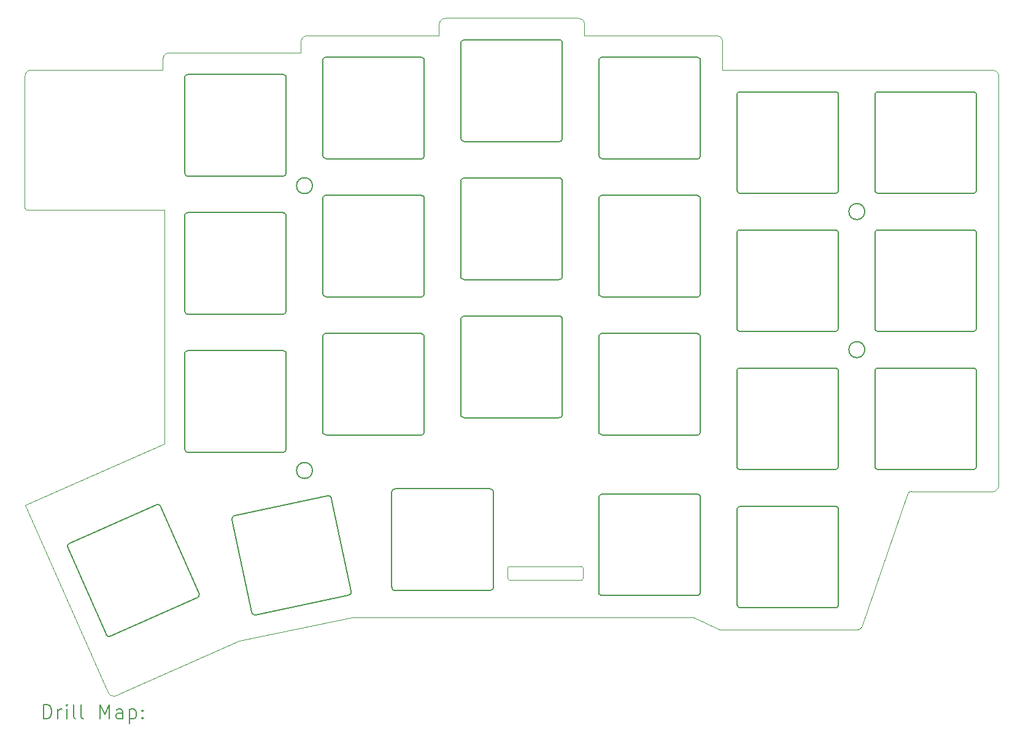
<source format=gbr>
%TF.GenerationSoftware,KiCad,Pcbnew,8.0.3*%
%TF.CreationDate,2024-09-02T20:30:19+10:00*%
%TF.ProjectId,Top_plate,546f705f-706c-4617-9465-2e6b69636164,rev?*%
%TF.SameCoordinates,Original*%
%TF.FileFunction,Drillmap*%
%TF.FilePolarity,Positive*%
%FSLAX45Y45*%
G04 Gerber Fmt 4.5, Leading zero omitted, Abs format (unit mm)*
G04 Created by KiCad (PCBNEW 8.0.3) date 2024-09-02 20:30:19*
%MOMM*%
%LPD*%
G01*
G04 APERTURE LIST*
%ADD10C,0.200000*%
%ADD11C,0.100000*%
%ADD12C,0.050000*%
G04 APERTURE END LIST*
D10*
X16958157Y-6500721D02*
X16955976Y-6520250D01*
X15049276Y-10736754D02*
X15050000Y-10750000D01*
X11770412Y-6346300D02*
X11783322Y-6342110D01*
X7938881Y-10085869D02*
X7938157Y-10072623D01*
X16955843Y-8997515D02*
X16956567Y-9010761D01*
D11*
X9600942Y-4376173D02*
X9591284Y-4379875D01*
X9582175Y-4384762D01*
X9573569Y-4390849D01*
X9571905Y-4392211D01*
X7635000Y-4848063D02*
X7635000Y-4709938D01*
X11545000Y-4133687D02*
X13350000Y-4133687D01*
X17229410Y-12569817D02*
X17125000Y-12570000D01*
D10*
X17461567Y-8405761D02*
X17461567Y-7105760D01*
X13141652Y-6365230D02*
X13145843Y-6378140D01*
X9307686Y-8724804D02*
X9322204Y-8732823D01*
X17462292Y-8419006D02*
X17461567Y-8405761D01*
X16906567Y-8960761D02*
X16926096Y-8962941D01*
X15593322Y-7056485D02*
X15606568Y-7055761D01*
X7952625Y-8207488D02*
X7941587Y-8193843D01*
X11243157Y-4724341D02*
X11243157Y-6024341D01*
X11236929Y-6602807D02*
X11241119Y-6615717D01*
X15563072Y-6526877D02*
X15558881Y-6513967D01*
X13682038Y-9882331D02*
X13667519Y-9874312D01*
X13663356Y-4690439D02*
X13677001Y-4679402D01*
X15588628Y-6548541D02*
X15574109Y-6540522D01*
X16907500Y-12268687D02*
X15607501Y-12268687D01*
X8593287Y-11054179D02*
X8591379Y-11034621D01*
X9334492Y-8187217D02*
X9326473Y-8201735D01*
D11*
X10305000Y-4371813D02*
X11445000Y-4371813D01*
D10*
X13653747Y-8514982D02*
X13661766Y-8500463D01*
X13096567Y-8246385D02*
X13116096Y-8248566D01*
X18851368Y-10344809D02*
X18837723Y-10355846D01*
X17492038Y-10358581D02*
X17477520Y-10350562D01*
X11746567Y-7691385D02*
X11746567Y-6391385D01*
X13124312Y-5831444D02*
X13111402Y-5835635D01*
X11225621Y-8494710D02*
X11236658Y-8508355D01*
X18811567Y-10360761D02*
X17511568Y-10360761D01*
X15053157Y-6024487D02*
X15050976Y-6044016D01*
X9851773Y-8500463D02*
X9865418Y-8489425D01*
X18831097Y-5152923D02*
X18845616Y-5160942D01*
X16956568Y-8405761D02*
X16954388Y-8425290D01*
X11241573Y-8534510D02*
X11241573Y-9834510D01*
X6325217Y-11442434D02*
X6319305Y-11423695D01*
D11*
X5830000Y-4848063D02*
X5819548Y-4848160D01*
X5808687Y-4848839D01*
X5798676Y-4850401D01*
X5790942Y-4852423D01*
D10*
X13144387Y-7710914D02*
X13136368Y-7725433D01*
X15027723Y-7974595D02*
X15014813Y-7978786D01*
X13096567Y-6341385D02*
X13116096Y-6343566D01*
D11*
X7735000Y-4609938D02*
X9540000Y-4609938D01*
D10*
X10830828Y-10628348D02*
X10844074Y-10627623D01*
X7988157Y-6312787D02*
X7968628Y-6310607D01*
X13675412Y-6584425D02*
X13688322Y-6580235D01*
D11*
X19104058Y-10658702D02*
X19113717Y-10655000D01*
X19122826Y-10650113D01*
X19131431Y-10644026D01*
X19133096Y-10642664D01*
D10*
X17485412Y-5155658D02*
X17498322Y-5151467D01*
X9700000Y-10374938D02*
G75*
G02*
X9480000Y-10374938I-110000J0D01*
G01*
X9480000Y-10374938D02*
G75*
G02*
X9700000Y-10374938I110000J0D01*
G01*
X7940337Y-8753094D02*
X7948356Y-8738576D01*
X8117985Y-12124320D02*
X8106166Y-12130344D01*
X6917456Y-12656623D02*
X6898716Y-12662535D01*
X13701567Y-7979510D02*
X13682038Y-7977330D01*
X13653157Y-6024487D02*
X13653157Y-4724487D01*
X16940615Y-7065959D02*
X16951652Y-7079604D01*
X18861567Y-7105760D02*
X18861567Y-8405761D01*
X16921402Y-6549996D02*
X16908157Y-6550721D01*
X9873628Y-6072161D02*
X9859109Y-6064142D01*
X9333242Y-8746468D02*
X9337432Y-8759378D01*
X15021096Y-8486691D02*
X15035615Y-8494710D01*
X13098157Y-4436360D02*
X13117685Y-4438540D01*
X11798157Y-4436360D02*
X13098157Y-4436360D01*
D11*
X14952500Y-12400000D02*
X10247500Y-12400000D01*
D10*
X15035615Y-8494710D02*
X15046652Y-8508355D01*
X15608157Y-6550721D02*
X15588628Y-6548541D01*
X11193157Y-6074341D02*
X9893157Y-6074341D01*
X15582001Y-5155636D02*
X15594911Y-5151445D01*
X9843157Y-4724341D02*
X9845337Y-4704812D01*
X13700001Y-10700000D02*
X15000000Y-10699999D01*
X9301402Y-10121899D02*
X9288157Y-10122623D01*
X13130615Y-8256585D02*
X13141652Y-8270230D01*
X9903734Y-10725960D02*
X9923292Y-10724053D01*
X16956776Y-10905442D02*
X16957500Y-10918688D01*
X11783322Y-8247110D02*
X11796567Y-8246385D01*
X11241573Y-9834510D02*
X11239393Y-9854039D01*
X9857526Y-9874311D02*
X9846489Y-9860666D01*
X13688321Y-8485235D02*
X13701567Y-8484511D01*
D11*
X9640000Y-4371813D02*
X10305000Y-4371813D01*
D10*
X13653881Y-6037732D02*
X13653157Y-6024487D01*
D11*
X19065000Y-10663063D02*
X19075452Y-10662965D01*
X19086314Y-10662286D01*
X19096324Y-10660724D01*
X19104058Y-10658702D01*
D10*
X9939155Y-10728895D02*
X9952777Y-10739961D01*
X18824813Y-10360036D02*
X18811567Y-10360761D01*
D11*
X9540000Y-4609938D02*
X9540000Y-4471813D01*
X5739830Y-4896188D02*
X5735373Y-4906087D01*
X5732419Y-4916370D01*
X5731449Y-4921571D01*
D10*
X17320000Y-8708063D02*
G75*
G02*
X17100000Y-8708063I-110000J0D01*
G01*
X17100000Y-8708063D02*
G75*
G02*
X17320000Y-8708063I110000J0D01*
G01*
X12163602Y-10629804D02*
X12178121Y-10637823D01*
X7954109Y-10112424D02*
X7943072Y-10098779D01*
X13667519Y-9874312D02*
X13656482Y-9860667D01*
X16934312Y-6545806D02*
X16921402Y-6549996D01*
X11748748Y-6371856D02*
X11756767Y-6357338D01*
X12193349Y-10664378D02*
X12194073Y-10677623D01*
D11*
X15355000Y-4471813D02*
X15355000Y-4848062D01*
X6977948Y-13480134D02*
X6987721Y-13477004D01*
X6997622Y-13472991D01*
X7002758Y-13470734D01*
D10*
X13130615Y-6351585D02*
X13141652Y-6365230D01*
X9842568Y-7942209D02*
X9841844Y-7928963D01*
D11*
X5734363Y-10852209D02*
X7654363Y-10003209D01*
D10*
X13701567Y-6579510D02*
X15001567Y-6579510D01*
X7948356Y-4928739D02*
X7962001Y-4917702D01*
X11241844Y-6628963D02*
X11241844Y-7928963D01*
X15558157Y-6500721D02*
X15558157Y-5200721D01*
X9331757Y-6841532D02*
X9335948Y-6854442D01*
X13116096Y-8248566D02*
X13130615Y-8256585D01*
D11*
X7644830Y-4657626D02*
X7640675Y-4667024D01*
X7637767Y-4676699D01*
X7636449Y-4683446D01*
D10*
X11236658Y-8508355D02*
X11240849Y-8521265D01*
X8619051Y-10998365D02*
X8631860Y-10994916D01*
X11218000Y-7974048D02*
X11205089Y-7978238D01*
X8865692Y-12338862D02*
X8862242Y-12326052D01*
X10794798Y-11990869D02*
X10794074Y-11977623D01*
X11798157Y-5836359D02*
X11778628Y-5834179D01*
X15606568Y-8960761D02*
X16906567Y-8960761D01*
X16953242Y-5174565D02*
X16957432Y-5187475D01*
X9307686Y-4914967D02*
X9322204Y-4922986D01*
X18860843Y-8997515D02*
X18861567Y-9010761D01*
X17466482Y-8431916D02*
X17462292Y-8419006D01*
X7938157Y-10072623D02*
X7938157Y-8772623D01*
X18856652Y-7079605D02*
X18860843Y-7092515D01*
D11*
X5731449Y-4921571D02*
X5730354Y-4931774D01*
X5730015Y-4942452D01*
X5730000Y-4948063D01*
D10*
X13145843Y-8283140D02*
X13146567Y-8296385D01*
X17485412Y-7060675D02*
X17498322Y-7056485D01*
X11231374Y-9868558D02*
X11217729Y-9879595D01*
D11*
X15355000Y-4848062D02*
X19065000Y-4848062D01*
X7695942Y-4614298D02*
X7686284Y-4618000D01*
X7677175Y-4622887D01*
X7668569Y-4628974D01*
X7666905Y-4630336D01*
D10*
X11219312Y-6069426D02*
X11206402Y-6073617D01*
X9336672Y-6867688D02*
X9336672Y-8167688D01*
X18837724Y-6545828D02*
X18824814Y-6550018D01*
X13650001Y-12050000D02*
X13650001Y-10750000D01*
X11762520Y-9636186D02*
X11751482Y-9622541D01*
X13650000Y-10750000D02*
X13652180Y-10730471D01*
X13109813Y-9645661D02*
X13096567Y-9646386D01*
X13143242Y-4460204D02*
X13147432Y-4473114D01*
X11753072Y-5812515D02*
X11748881Y-5799605D01*
X13701568Y-8484511D02*
X15001567Y-8484510D01*
D12*
X13433518Y-11863859D02*
G75*
G02*
X13413332Y-11883879I-20189J170D01*
G01*
D10*
X16958157Y-5200721D02*
X16958157Y-6500721D01*
X7941587Y-8193843D02*
X7937397Y-8180933D01*
D11*
X19091492Y-4849511D02*
X19081288Y-4848415D01*
X19070611Y-4848077D01*
X19065000Y-4848062D01*
X11454830Y-4181376D02*
X11450675Y-4190774D01*
X11447767Y-4200449D01*
X11446449Y-4207196D01*
D10*
X11751482Y-9622541D02*
X11747292Y-9609631D01*
X13652292Y-7942756D02*
X13651567Y-7929510D01*
D12*
X12394813Y-11863688D02*
X12394813Y-11716015D01*
D10*
X7938881Y-6276033D02*
X7938157Y-6262787D01*
X9891574Y-8484510D02*
X11191573Y-8484510D01*
X9314312Y-6307872D02*
X9301402Y-6312063D01*
X15000000Y-10700000D02*
X15019529Y-10702180D01*
X8128093Y-12115262D02*
X8117985Y-12124320D01*
X13148157Y-5786359D02*
X13145976Y-5805888D01*
X13651567Y-7929510D02*
X13651567Y-6629510D01*
X13669109Y-6064287D02*
X13658072Y-6050642D01*
X9842298Y-9847756D02*
X9841574Y-9834510D01*
X16954387Y-10330290D02*
X16946368Y-10344809D01*
D11*
X11545000Y-4133687D02*
X11534548Y-4133784D01*
X11523687Y-4134463D01*
X11513676Y-4136026D01*
X11505942Y-4138048D01*
D10*
X18860844Y-5187497D02*
X18861568Y-5200743D01*
X13667520Y-7969311D02*
X13656482Y-7955666D01*
X12144073Y-12027623D02*
X10844074Y-12027623D01*
X11758356Y-4452312D02*
X11772001Y-4441275D01*
X9326473Y-8201735D02*
X9312828Y-8212773D01*
D11*
X6890635Y-13453727D02*
X6897931Y-13461059D01*
X6906087Y-13467410D01*
X6915136Y-13472815D01*
X6917055Y-13473786D01*
D10*
X18811568Y-6550743D02*
X17511568Y-6550743D01*
X9335948Y-6854442D02*
X9336672Y-6867688D01*
X11746567Y-6391385D02*
X11748748Y-6371856D01*
X16951652Y-8984605D02*
X16955843Y-8997515D01*
X9335976Y-6282316D02*
X9327957Y-6296835D01*
X13109813Y-7740661D02*
X13096567Y-7741385D01*
X11243157Y-6024341D02*
X11240976Y-6043870D01*
X6328768Y-11391556D02*
X6338877Y-11382498D01*
X18811567Y-8960761D02*
X18831096Y-8962941D01*
X7539405Y-10850195D02*
X7558145Y-10844283D01*
X9320720Y-6827887D02*
X9331757Y-6841532D01*
X9848072Y-6050497D02*
X9843881Y-6037587D01*
D11*
X11505942Y-4138048D02*
X11496284Y-4141750D01*
X11487175Y-4146637D01*
X11478569Y-4152723D01*
X11476905Y-4154086D01*
D10*
X15593321Y-8961486D02*
X15606567Y-8960761D01*
X9841574Y-9834510D02*
X9841574Y-8534510D01*
X9337432Y-4949541D02*
X9338157Y-4962787D01*
D11*
X17125000Y-12570000D02*
X15320000Y-12570000D01*
D10*
X18856653Y-5174587D02*
X18860844Y-5187497D01*
D11*
X7636449Y-4683446D02*
X7635354Y-4693649D01*
X7635015Y-4704327D01*
X7635000Y-4709938D01*
D10*
X11772001Y-4441275D02*
X11784911Y-4437084D01*
X15566767Y-7071713D02*
X15580412Y-7060676D01*
X15039801Y-12084048D02*
X15026156Y-12095085D01*
X17463748Y-7086231D02*
X17471767Y-7071713D01*
X9700000Y-6445875D02*
G75*
G02*
X9480000Y-6445875I-110000J0D01*
G01*
X9480000Y-6445875D02*
G75*
G02*
X9700000Y-6445875I110000J0D01*
G01*
X13146567Y-8296385D02*
X13146567Y-9596386D01*
X15053157Y-4724487D02*
X15053157Y-6024487D01*
X16951652Y-7079604D02*
X16955843Y-7092514D01*
X11227204Y-4684540D02*
X11238242Y-4698185D01*
X7968628Y-6310607D02*
X7954109Y-6302588D01*
X18811568Y-5150743D02*
X18831097Y-5152923D01*
D11*
X7666905Y-4630336D02*
X7659370Y-4637401D01*
X7652257Y-4645811D01*
X7646540Y-4654499D01*
X7644830Y-4657626D01*
D10*
X11796567Y-8246385D02*
X13096567Y-8246385D01*
X16956567Y-10310761D02*
X16954387Y-10330290D01*
D11*
X6870836Y-13419777D02*
X6875156Y-13429295D01*
X6880174Y-13438952D01*
X6885656Y-13447473D01*
X6890635Y-13453727D01*
D10*
X11777038Y-9644205D02*
X11762520Y-9636186D01*
X15556567Y-9010761D02*
X15558747Y-8991232D01*
X9867001Y-4679256D02*
X9879911Y-4675066D01*
X9893157Y-4674341D02*
X11193157Y-4674341D01*
X10217952Y-12085450D02*
X10206188Y-12092221D01*
X7988157Y-8722623D02*
X9288157Y-8722623D01*
D12*
X5750000Y-6778000D02*
G75*
G02*
X5730540Y-6751000I9000J27000D01*
G01*
D10*
X18859388Y-6520272D02*
X18851369Y-6534790D01*
X9878598Y-6579687D02*
X9891844Y-6578963D01*
X15561483Y-8431917D02*
X15557292Y-8419007D01*
X10794074Y-10677623D02*
X10796254Y-10658094D01*
X7938157Y-4962787D02*
X7940337Y-4943258D01*
X13677001Y-4679402D02*
X13689911Y-4675211D01*
X11205089Y-7978238D02*
X11191844Y-7978963D01*
D11*
X19144602Y-4879966D02*
X19137537Y-4872431D01*
X19129127Y-4865318D01*
X19120439Y-4859601D01*
X19117312Y-4857892D01*
D10*
X15046652Y-6603355D02*
X15050843Y-6616265D01*
X16906568Y-10360761D02*
X15606568Y-10360761D01*
X15045085Y-10723844D02*
X15049276Y-10736754D01*
X6851495Y-12631144D02*
X6325217Y-11442434D01*
X11764109Y-5826160D02*
X11753072Y-5812515D01*
X15027723Y-9879596D02*
X15014813Y-9883787D01*
X10817918Y-10632538D02*
X10830828Y-10628348D01*
X11748157Y-4486360D02*
X11750337Y-4466831D01*
X11770412Y-8251300D02*
X11783322Y-8247110D01*
X11756767Y-6357338D02*
X11770412Y-6346300D01*
X9335976Y-10092152D02*
X9327957Y-10106671D01*
D11*
X19155170Y-10615374D02*
X19159326Y-10605976D01*
X19162233Y-10596301D01*
X19163552Y-10589554D01*
D10*
X15026156Y-12095085D02*
X15013246Y-12099276D01*
X16952585Y-10892532D02*
X16956776Y-10905442D01*
D11*
X13445640Y-4194630D02*
X13441937Y-4184971D01*
X13437051Y-4175862D01*
X13430964Y-4167256D01*
X13429602Y-4165592D01*
D10*
X7988157Y-4912787D02*
X9288157Y-4912787D01*
X18837723Y-10355846D02*
X18824813Y-10360036D01*
X9891844Y-7978963D02*
X9872315Y-7976783D01*
X9322204Y-8732823D02*
X9333242Y-8746468D01*
X7938157Y-8772623D02*
X7940337Y-8753094D01*
X7948356Y-8738576D02*
X7962001Y-8727538D01*
X15559680Y-10899159D02*
X15567699Y-10884640D01*
X7986672Y-8217688D02*
X7967143Y-8215507D01*
X9286672Y-6817688D02*
X9306201Y-6819868D01*
D11*
X15307312Y-4381643D02*
X15297914Y-4377487D01*
X15288238Y-4374580D01*
X15281492Y-4373261D01*
D10*
X13655337Y-4704958D02*
X13663356Y-4690439D01*
X15557292Y-8419007D02*
X15556568Y-8405761D01*
X18845616Y-5160942D02*
X18856653Y-5174587D01*
X16907500Y-10868688D02*
X16927029Y-10870868D01*
X15587039Y-8453581D02*
X15572520Y-8445562D01*
X13673844Y-10704915D02*
X13686754Y-10700725D01*
X15014813Y-9883787D02*
X15001567Y-9884511D01*
X9878328Y-8485235D02*
X9891574Y-8484510D01*
X16954388Y-8425290D02*
X16946369Y-8439809D01*
X9879911Y-4675066D02*
X9893157Y-4674341D01*
X16955976Y-6520250D02*
X16947957Y-6534769D01*
X11204819Y-9883786D02*
X11191573Y-9884510D01*
D11*
X11446449Y-4207196D02*
X11445354Y-4217399D01*
X11445015Y-4228077D01*
X11445000Y-4233688D01*
D10*
X9299918Y-8216963D02*
X9286672Y-8217688D01*
X9286672Y-8217688D02*
X7986672Y-8217688D01*
D11*
X15320000Y-12570000D02*
X14952500Y-12400000D01*
D10*
X13122723Y-7736470D02*
X13109813Y-7740661D01*
D11*
X9640000Y-4371813D02*
X9629548Y-4371910D01*
X9618687Y-4372589D01*
X9608676Y-4374151D01*
X9600942Y-4376173D01*
X19163552Y-10589554D02*
X19164647Y-10579351D01*
X19164985Y-10568673D01*
X19165000Y-10563063D01*
D10*
X9337432Y-8759378D02*
X9338157Y-8772623D01*
X15013246Y-12099276D02*
X15000000Y-12100000D01*
X17511567Y-10360761D02*
X17492038Y-10358581D01*
X11239393Y-9854039D02*
X11231374Y-9868558D01*
X17461568Y-6500743D02*
X17461568Y-5200743D01*
X15572519Y-10350562D02*
X15561482Y-10336917D01*
X9843881Y-6037587D02*
X9843157Y-6024341D01*
X16955843Y-7092514D02*
X16956567Y-7105760D01*
X9327957Y-10106671D02*
X9314312Y-10117708D01*
X15607500Y-12268687D02*
X15587971Y-12266507D01*
X15587038Y-10358581D02*
X15572519Y-10350562D01*
X7973427Y-6818412D02*
X7986672Y-6817688D01*
X11762520Y-7731186D02*
X11751482Y-7717541D01*
X16955320Y-12238216D02*
X16947301Y-12252735D01*
X8886084Y-12361692D02*
X8872462Y-12350625D01*
X13652292Y-9847757D02*
X13651567Y-9834511D01*
X7968628Y-10120443D02*
X7954109Y-10112424D01*
X15572520Y-8445562D02*
X15561483Y-8431917D01*
X11231644Y-7963011D02*
X11218000Y-7974048D01*
X6338877Y-11382498D02*
X6350695Y-11376473D01*
X13136368Y-9630433D02*
X13122723Y-9641471D01*
D11*
X5790942Y-4852423D02*
X5781284Y-4856125D01*
X5772175Y-4861012D01*
X5763569Y-4867099D01*
X5761905Y-4868461D01*
D10*
X9859109Y-6064142D02*
X9848072Y-6050497D01*
X7938157Y-6262787D02*
X7938157Y-4962787D01*
D11*
X19165000Y-4948062D02*
X19165000Y-10563063D01*
D10*
X18851369Y-6534790D02*
X18837724Y-6545828D01*
X9872045Y-9882330D02*
X9857526Y-9874311D01*
X7974911Y-4913512D02*
X7988157Y-4912787D01*
X12144073Y-10627623D02*
X12163602Y-10629804D01*
X16957432Y-5187475D02*
X16958157Y-5200721D01*
X7962001Y-8727538D02*
X7974911Y-8723348D01*
X13136368Y-7725433D02*
X13122723Y-7736470D01*
X7940337Y-4943258D02*
X7948356Y-4928739D01*
X11756767Y-8262338D02*
X11770412Y-8251300D01*
X17492038Y-8453580D02*
X17477520Y-8445561D01*
X11796567Y-6341385D02*
X13096567Y-6341385D01*
X7937397Y-8180933D02*
X7936672Y-8167688D01*
D11*
X7654363Y-6778209D02*
X5750000Y-6778000D01*
D10*
X10796254Y-10658094D02*
X10804273Y-10643576D01*
D12*
X12415000Y-11696000D02*
X13413504Y-11696001D01*
D10*
X11191844Y-7978963D02*
X9891844Y-7978963D01*
D11*
X5730000Y-4948063D02*
X5731000Y-6038000D01*
D10*
X18824813Y-8455036D02*
X18811567Y-8455761D01*
X11784911Y-4437084D02*
X11798157Y-4436360D01*
D11*
X13402312Y-4143517D02*
X13392914Y-4139362D01*
X13383238Y-4136454D01*
X13376492Y-4135136D01*
D10*
X9857796Y-7968764D02*
X9846759Y-7955119D01*
X6320760Y-11407173D02*
X6328768Y-11391556D01*
X11748881Y-5799605D02*
X11748157Y-5786359D01*
X10794074Y-11977623D02*
X10794074Y-10677623D01*
X13703157Y-4674487D02*
X15003157Y-4674487D01*
X9841844Y-7928963D02*
X9841844Y-6628963D01*
X18861567Y-8405761D02*
X18859387Y-8425289D01*
X15051567Y-6629510D02*
X15051567Y-7929510D01*
X15594911Y-5151445D02*
X15608157Y-5150721D01*
X16956567Y-7105760D02*
X16956568Y-8405761D01*
X6882194Y-12661080D02*
X6866578Y-12653071D01*
X15016402Y-6073762D02*
X15003157Y-6074487D01*
X6866578Y-12653071D02*
X6857520Y-12642963D01*
X7967143Y-8215507D02*
X7952625Y-8207488D01*
X13653157Y-4724487D02*
X13655337Y-4704958D01*
X15556568Y-8405761D02*
X15556568Y-7105761D01*
X9962997Y-10764534D02*
X10231953Y-12036408D01*
X15003157Y-6074487D02*
X13703157Y-6074487D01*
X9844024Y-6609434D02*
X9852043Y-6594915D01*
D11*
X19165000Y-4948062D02*
X19164903Y-4937610D01*
X19164224Y-4926748D01*
X19162661Y-4916738D01*
X19160640Y-4909004D01*
X5761905Y-4868461D02*
X5754370Y-4875526D01*
X5747257Y-4883936D01*
X5741540Y-4892624D01*
X5739830Y-4895751D01*
D10*
X13096567Y-7741385D02*
X11796567Y-7741385D01*
X16932723Y-10355846D02*
X16919813Y-10360037D01*
X13146567Y-6391385D02*
X13146567Y-7691385D01*
X11796567Y-9646386D02*
X11777038Y-9644205D01*
X17511567Y-8455761D02*
X17492038Y-8453580D01*
X11750337Y-4466831D02*
X11758356Y-4452312D01*
X15003157Y-4674487D02*
X15022685Y-4676667D01*
X9891844Y-6578963D02*
X11191844Y-6578963D01*
X13700000Y-12100000D02*
X13680471Y-12097820D01*
D11*
X17915230Y-10694224D02*
X17274597Y-12540973D01*
D10*
X15041368Y-9868559D02*
X15027723Y-9879596D01*
X13675411Y-8489426D02*
X13688321Y-8485235D01*
X13145843Y-6378140D02*
X13146567Y-6391385D01*
X13651568Y-9834511D02*
X13651568Y-8534511D01*
X16946369Y-8439809D02*
X16932724Y-8450846D01*
X16956567Y-9010761D02*
X16956568Y-10310761D01*
X10229018Y-12071829D02*
X10217952Y-12085450D01*
X9314312Y-10117708D02*
X9301402Y-10121899D01*
X10844074Y-12027623D02*
X10824545Y-12025443D01*
X17466482Y-10336917D02*
X17462292Y-10324007D01*
X18824814Y-6550018D02*
X18811568Y-6550743D01*
X15014813Y-7978786D02*
X15001567Y-7979510D01*
X7599342Y-10863855D02*
X7605366Y-10875674D01*
X15557501Y-12218687D02*
X15557501Y-10918688D01*
X15037204Y-4684686D02*
X15048242Y-4698331D01*
X9843754Y-8514981D02*
X9851773Y-8500463D01*
X12189158Y-10651468D02*
X12193349Y-10664378D01*
X15581344Y-10873603D02*
X15594254Y-10869412D01*
X16946368Y-10344809D02*
X16932723Y-10355846D01*
X15034048Y-10710199D02*
X15045085Y-10723844D01*
X18811567Y-7055760D02*
X18831096Y-7057941D01*
X15049387Y-7949039D02*
X15041368Y-7963558D01*
X15560337Y-5181192D02*
X15568356Y-5166673D01*
X16941548Y-10878887D02*
X16952585Y-10892532D01*
X15048242Y-4698331D02*
X15052432Y-4711241D01*
X8872462Y-12350625D02*
X8865692Y-12338862D01*
X7558145Y-10844283D02*
X7574667Y-10845738D01*
X15051567Y-9834511D02*
X15049387Y-9854040D01*
D11*
X9541449Y-4445321D02*
X9540354Y-4455524D01*
X9540016Y-4466202D01*
X9540000Y-4471813D01*
D10*
X15580412Y-7060676D02*
X15593322Y-7056485D01*
X12194073Y-10677623D02*
X12194073Y-11977623D01*
X18831096Y-7057941D02*
X18845615Y-7065960D01*
X13656482Y-9860667D02*
X13652292Y-9847757D01*
X13137957Y-5820407D02*
X13124312Y-5831444D01*
X9852043Y-6594915D02*
X9865688Y-6583878D01*
X8131644Y-12064383D02*
X8137557Y-12083123D01*
X7962001Y-4917702D02*
X7974911Y-4913512D01*
X18845615Y-7065960D02*
X18856652Y-7079605D01*
X15556568Y-7105761D02*
X15558748Y-7086232D01*
X9338157Y-6262787D02*
X9335976Y-6282316D01*
X7936672Y-6867688D02*
X7938853Y-6848159D01*
X7946872Y-6833640D02*
X7960517Y-6822603D01*
X15021096Y-6581691D02*
X15035615Y-6589710D01*
X8921505Y-12364626D02*
X8901948Y-12366533D01*
X17461567Y-7105760D02*
X17463748Y-7086231D01*
X17511568Y-5150743D02*
X18811568Y-5150743D01*
D11*
X15355000Y-4471813D02*
X15354903Y-4461361D01*
X15354224Y-4450499D01*
X15352661Y-4440488D01*
X15350640Y-4432755D01*
D10*
X15035615Y-6589710D02*
X15046652Y-6603355D01*
X15001567Y-6579510D02*
X15021096Y-6581691D01*
X13132204Y-4446559D02*
X13143242Y-4460204D01*
D11*
X19133096Y-10642664D02*
X19140631Y-10635599D01*
X19147744Y-10627189D01*
X19153461Y-10618501D01*
X19155170Y-10615374D01*
D10*
X6319305Y-11423695D02*
X6320760Y-11407173D01*
X11212685Y-4676521D02*
X11227204Y-4684540D01*
X15557292Y-10324007D02*
X15556567Y-10310761D01*
X13689911Y-4675211D02*
X13703157Y-4674487D01*
X11241119Y-6615717D02*
X11241844Y-6628963D01*
D11*
X7735000Y-4609938D02*
X7724548Y-4610035D01*
X7713687Y-4610714D01*
X7703676Y-4612276D01*
X7695942Y-4614298D01*
X7654363Y-10003209D02*
X7654363Y-6778209D01*
D10*
X6857520Y-12642963D02*
X6851495Y-12631144D01*
X17511568Y-6550743D02*
X17492039Y-6548563D01*
X17485412Y-8965676D02*
X17498322Y-8961485D01*
X13650724Y-12063246D02*
X13650000Y-12050000D01*
X18856652Y-8984605D02*
X18860843Y-8997515D01*
X9333242Y-4936631D02*
X9337432Y-4949541D01*
X13653748Y-6609982D02*
X13661767Y-6595463D01*
X13117685Y-4438540D02*
X13132204Y-4446559D01*
X16906567Y-7055760D02*
X16926096Y-7057940D01*
X15594254Y-10869412D02*
X15607500Y-10868688D01*
X13145976Y-5805888D02*
X13137957Y-5820407D01*
D11*
X19117312Y-4857892D02*
X19107914Y-4853736D01*
X19098238Y-4850829D01*
X19091492Y-4849511D01*
D10*
X18860843Y-7092515D02*
X18861567Y-7105760D01*
X10206188Y-12092221D02*
X10193379Y-12095670D01*
X17477520Y-10350562D02*
X17466482Y-10336917D01*
X16933656Y-12263772D02*
X16920746Y-12267963D01*
X8901948Y-12366533D02*
X8886084Y-12361692D01*
X15050000Y-12050000D02*
X15047820Y-12069529D01*
X9288157Y-4912787D02*
X9307686Y-4914967D01*
X15568356Y-5166673D02*
X15582001Y-5155636D01*
X9338157Y-8772623D02*
X9338157Y-10072623D01*
D12*
X12394813Y-11716015D02*
G75*
G02*
X12415000Y-11696003I20187J-175D01*
G01*
D10*
X11211373Y-6581143D02*
X11225891Y-6589162D01*
X17498322Y-8961485D02*
X17511567Y-8960761D01*
X7974911Y-8723348D02*
X7988157Y-8722623D01*
X8596221Y-11018757D02*
X8607287Y-11005136D01*
X15029312Y-6069572D02*
X15016402Y-6073762D01*
X7590283Y-10853747D02*
X7599342Y-10863855D01*
X17462292Y-6513988D02*
X17461568Y-6500743D01*
X11746567Y-8296385D02*
X11748748Y-8276857D01*
X9893157Y-6074341D02*
X9873628Y-6072161D01*
D11*
X13450000Y-4371813D02*
X14115000Y-4371813D01*
D10*
X9306201Y-6819868D02*
X9320720Y-6827887D01*
X15051567Y-7929510D02*
X15049387Y-7949039D01*
X13656482Y-7955666D02*
X13652292Y-7942756D01*
X8591379Y-11034621D02*
X8596221Y-11018757D01*
X17511567Y-7055760D02*
X18811567Y-7055760D01*
X7943072Y-10098779D02*
X7938881Y-10085869D01*
X12194073Y-11977623D02*
X12191893Y-11997152D01*
X12183874Y-12011671D02*
X12170229Y-12022708D01*
X7936672Y-8167688D02*
X7936672Y-6867688D01*
X7986672Y-6817688D02*
X9286672Y-6817688D01*
X13686754Y-10700725D02*
X13700000Y-10700000D01*
D11*
X6070500Y-4848063D02*
X7635000Y-4848063D01*
D10*
X13122723Y-9641471D02*
X13109813Y-9645661D01*
X13144387Y-9615915D02*
X13136368Y-9630433D01*
X17471767Y-5166695D02*
X17485412Y-5155658D01*
X11751482Y-7717541D02*
X11747292Y-7704631D01*
X9853356Y-4690293D02*
X9867001Y-4679256D01*
X16908157Y-5150721D02*
X16927686Y-5152901D01*
X11239664Y-7948492D02*
X11231644Y-7963011D01*
X12157319Y-12026899D02*
X12144073Y-12027623D01*
X11191573Y-9884510D02*
X9891574Y-9884510D01*
X9338157Y-10072623D02*
X9335976Y-10092152D01*
X11746567Y-9596386D02*
X11746567Y-8296385D01*
X11240976Y-6043870D02*
X11232957Y-6058389D01*
X13703157Y-6074487D02*
X13683628Y-6072306D01*
X15051567Y-8534510D02*
X15051568Y-9834511D01*
X13658072Y-6050642D02*
X13653881Y-6037732D01*
X11232957Y-6058389D02*
X11219312Y-6069426D01*
D11*
X11445000Y-4371813D02*
X11445000Y-4233688D01*
D10*
X9846759Y-7955119D02*
X9842568Y-7942209D01*
X11747292Y-9609631D02*
X11746567Y-9596386D01*
X17498322Y-7056485D02*
X17511567Y-7055760D01*
X12178121Y-10637823D02*
X12189158Y-10651468D01*
X9843157Y-6024341D02*
X9843157Y-4724341D01*
X15587971Y-12266507D02*
X15573452Y-12258488D01*
X15001567Y-9884511D02*
X13701568Y-9884511D01*
X15050976Y-6044016D02*
X15042957Y-6058534D01*
X16919813Y-10360037D02*
X16906567Y-10360761D01*
X13660199Y-10715952D02*
X13673844Y-10704915D01*
X15567699Y-10884640D02*
X15581344Y-10873603D01*
X15047820Y-12069529D02*
X15039801Y-12084048D01*
X15558881Y-6513967D02*
X15558157Y-6500721D01*
X13651567Y-8534511D02*
X13653747Y-8514982D01*
X9952777Y-10739961D02*
X9959548Y-10751725D01*
X15607501Y-10868688D02*
X16907500Y-10868687D01*
X18859387Y-10330290D02*
X18851368Y-10344809D01*
X13701567Y-9884511D02*
X13682038Y-9882331D01*
X16919814Y-8455037D02*
X16906568Y-8455761D01*
X13098157Y-5836359D02*
X11798157Y-5836359D01*
X15000000Y-12100000D02*
X13700001Y-12100000D01*
D11*
X13376492Y-4135136D02*
X13366289Y-4134041D01*
X13355611Y-4133703D01*
X13350000Y-4133687D01*
D10*
X11238242Y-4698185D02*
X11242432Y-4711095D01*
D12*
X13413504Y-11696001D02*
G75*
G02*
X13433520Y-11716187I-174J-20189D01*
G01*
D10*
X15558747Y-8991232D02*
X15566766Y-8976713D01*
X13148157Y-4486360D02*
X13148157Y-5786359D01*
X13147432Y-4473114D02*
X13148157Y-4486360D01*
X9845337Y-4704812D02*
X9853356Y-4690293D01*
X18837723Y-8450846D02*
X18824813Y-8455036D01*
D11*
X6950946Y-13482923D02*
X6961221Y-13482918D01*
X6971245Y-13481659D01*
X6977948Y-13480134D01*
D10*
X15557500Y-10918688D02*
X15559680Y-10899159D01*
X17471767Y-8976713D02*
X17485412Y-8965676D01*
X15561482Y-10336917D02*
X15557292Y-10324007D01*
X16926096Y-7057940D02*
X16940615Y-7065959D01*
X11191844Y-6578963D02*
X11211373Y-6581143D01*
X15041368Y-7963558D02*
X15027723Y-7974595D01*
X10798989Y-12003779D02*
X10794798Y-11990869D01*
D12*
X13413332Y-11883875D02*
X12414828Y-11883874D01*
D10*
X10804273Y-10643576D02*
X10817918Y-10632538D01*
X18861567Y-9010760D02*
X18861568Y-10310761D01*
X13654915Y-12076156D02*
X13650724Y-12063246D01*
X9288157Y-6312787D02*
X7988157Y-6312787D01*
X11241844Y-7928963D02*
X11239664Y-7948492D01*
D11*
X9571905Y-4392211D02*
X9564370Y-4399276D01*
X9557257Y-4407686D01*
X9551540Y-4416374D01*
X9549830Y-4419501D01*
D10*
X10231953Y-12036408D02*
X10233860Y-12055965D01*
X13682038Y-7977330D02*
X13667520Y-7969311D01*
X17320000Y-6803062D02*
G75*
G02*
X17100000Y-6803062I-110000J0D01*
G01*
X17100000Y-6803062D02*
G75*
G02*
X17320000Y-6803062I110000J0D01*
G01*
X15608157Y-5150721D02*
X16908157Y-5150721D01*
X15558157Y-5200721D02*
X15560337Y-5181192D01*
X11193157Y-4674341D02*
X11212685Y-4676521D01*
X18859387Y-8425289D02*
X18851368Y-8439808D01*
X11225891Y-6589162D02*
X11236929Y-6602807D01*
X18861567Y-10310761D02*
X18859387Y-10330290D01*
X15042957Y-6058534D02*
X15029312Y-6069572D01*
X11240849Y-8521265D02*
X11241573Y-8534510D01*
X16927686Y-5152901D02*
X16942204Y-5160920D01*
D11*
X15281492Y-4373261D02*
X15271289Y-4372166D01*
X15260611Y-4371828D01*
X15255000Y-4371813D01*
D10*
X15566766Y-8976713D02*
X15580411Y-8965676D01*
X10810026Y-12017424D02*
X10798989Y-12003779D01*
X12191893Y-11997152D02*
X12183874Y-12011671D01*
X15001567Y-7979510D02*
X13701567Y-7979510D01*
X9301402Y-6312063D02*
X9288157Y-6312787D01*
D11*
X15350640Y-4432755D02*
X15346937Y-4423096D01*
X15342051Y-4413987D01*
X15335964Y-4405381D01*
X15334602Y-4403717D01*
D10*
X13146567Y-9596386D02*
X13144387Y-9615915D01*
X7954109Y-6302588D02*
X7943072Y-6288943D01*
X17461568Y-5200743D02*
X17463748Y-5181214D01*
X6898716Y-12662535D02*
X6882194Y-12661080D01*
X18845615Y-8970960D02*
X18856652Y-8984605D01*
X13146567Y-7691385D02*
X13144387Y-7710914D01*
X15052432Y-4711241D02*
X15053157Y-4724487D01*
X13141652Y-8270230D02*
X13145843Y-8283140D01*
D11*
X13429602Y-4165592D02*
X13422537Y-4158057D01*
X13414127Y-4150944D01*
X13405439Y-4145227D01*
X13402312Y-4143517D01*
D10*
X16957500Y-10918687D02*
X16957501Y-12218687D01*
X9312828Y-8212773D02*
X9299918Y-8216963D01*
X7943072Y-6288943D02*
X7938881Y-6276033D01*
X9959548Y-10751725D02*
X9962997Y-10764534D01*
X8106166Y-12130344D02*
X6917456Y-12656623D01*
X8631860Y-10994916D02*
X9903734Y-10725960D01*
X17466483Y-6526899D02*
X17462292Y-6513988D01*
X11242432Y-4711095D02*
X11243157Y-4724341D01*
X9891574Y-9884510D02*
X9872045Y-9882330D01*
X15556568Y-10310761D02*
X15556568Y-9010761D01*
X15558748Y-7086232D02*
X15566767Y-7071713D01*
D11*
X11476905Y-4154086D02*
X11469370Y-4161151D01*
X11462257Y-4169561D01*
X11456540Y-4178249D01*
X11454830Y-4181376D01*
D10*
X11783322Y-6342110D02*
X11796567Y-6341385D01*
D11*
X9549830Y-4419501D02*
X9545675Y-4428899D01*
X9542767Y-4438574D01*
X9541449Y-4445321D01*
D10*
X16908157Y-6550721D02*
X15608157Y-6550721D01*
D11*
X17962500Y-10663063D02*
X19065000Y-10663063D01*
D10*
X8607287Y-11005136D02*
X8619051Y-10998365D01*
X17477520Y-8445561D02*
X17466482Y-8431916D01*
X11748748Y-8276857D02*
X11756767Y-8262338D01*
X11206402Y-6073617D02*
X11193157Y-6074341D01*
X8137557Y-12083123D02*
X8136102Y-12099645D01*
X16926096Y-8962941D02*
X16940615Y-8970960D01*
X17462292Y-10324007D02*
X17461567Y-10310761D01*
D12*
X5731000Y-6038000D02*
X5730540Y-6751000D01*
D10*
X13652180Y-10730471D02*
X13660199Y-10715952D01*
X7988157Y-10122623D02*
X7968628Y-10120443D01*
X11796567Y-7741385D02*
X11777038Y-7739205D01*
X15050843Y-6616265D02*
X15051567Y-6629510D01*
X16957500Y-12218687D02*
X16955320Y-12238216D01*
D11*
X8691752Y-12722967D02*
X10247500Y-12400000D01*
D10*
X9923292Y-10724053D02*
X9939155Y-10728895D01*
X11211102Y-8486691D02*
X11225621Y-8494710D01*
X7960517Y-6822603D02*
X7973427Y-6818412D01*
D11*
X13450000Y-4233688D02*
X13449903Y-4223236D01*
X13449224Y-4212374D01*
X13447661Y-4202363D01*
X13445640Y-4194630D01*
X6917055Y-13473786D02*
X6926566Y-13477815D01*
X6937135Y-13480915D01*
X6947394Y-13482625D01*
X6950946Y-13482923D01*
D10*
X15022685Y-4676667D02*
X15037204Y-4684686D01*
X9841574Y-8534510D02*
X9843754Y-8514981D01*
X11778628Y-5834179D02*
X11764109Y-5826160D01*
X10844074Y-10627623D02*
X12144073Y-10627623D01*
X18851368Y-8439808D02*
X18837723Y-8450846D01*
X11217729Y-9879595D02*
X11204819Y-9883786D01*
X17498322Y-5151467D02*
X17511568Y-5150743D01*
X10824545Y-12025443D02*
X10810026Y-12017424D01*
X12170229Y-12022708D02*
X12157319Y-12026899D01*
D11*
X13450000Y-4233688D02*
X13450000Y-4371813D01*
D10*
X9841844Y-6628963D02*
X9844024Y-6609434D01*
D11*
X5830000Y-4848063D02*
X6070500Y-4848063D01*
D10*
X17477520Y-6540544D02*
X17466483Y-6526899D01*
X16927029Y-10870868D02*
X16941548Y-10878887D01*
X15019529Y-10702180D02*
X15034048Y-10710199D01*
X8136102Y-12099645D02*
X8128093Y-12115262D01*
X18861568Y-5200743D02*
X18861568Y-6500743D01*
X18861568Y-6500743D02*
X18859388Y-6520272D01*
X8862242Y-12326052D02*
X8593287Y-11054179D01*
X6350695Y-11376473D02*
X7539405Y-10850195D01*
X9288157Y-8722623D02*
X9307686Y-8724804D01*
X9336672Y-8167688D02*
X9334492Y-8187217D01*
X7605366Y-10875674D02*
X8131644Y-12064383D01*
X15574109Y-6540522D02*
X15563072Y-6526877D01*
X13661767Y-6595463D02*
X13675412Y-6584425D01*
X15001567Y-8484511D02*
X15021096Y-8486691D01*
D12*
X12414828Y-11883874D02*
G75*
G02*
X12394815Y-11863688I172J20184D01*
G01*
D10*
X16932724Y-8450846D02*
X16919814Y-8455037D01*
X17511568Y-8960761D02*
X18811567Y-8960760D01*
X16947957Y-6534769D02*
X16934312Y-6545806D01*
X18831096Y-8962941D02*
X18845615Y-8970960D01*
D11*
X8691752Y-12722967D02*
X7002758Y-13470734D01*
D10*
X13665952Y-12089801D02*
X13654915Y-12076156D01*
X15580411Y-8965676D02*
X15593321Y-8961486D01*
X9288157Y-10122623D02*
X7988157Y-10122623D01*
X15606568Y-8455761D02*
X15587039Y-8453581D01*
X17463748Y-8991232D02*
X17471767Y-8976713D01*
X11191573Y-8484510D02*
X11211102Y-8486691D01*
D11*
X14115000Y-4371813D02*
X15255000Y-4371813D01*
D10*
X11747292Y-7704631D02*
X11746567Y-7691385D01*
X15050843Y-8521265D02*
X15051567Y-8534511D01*
X17463748Y-5181214D02*
X17471767Y-5166695D01*
X9865418Y-8489425D02*
X9878328Y-8485235D01*
X7938853Y-6848159D02*
X7946872Y-6833640D01*
X9865688Y-6583878D02*
X9878598Y-6579687D01*
X16947301Y-12252735D02*
X16933656Y-12263772D01*
D11*
X17915230Y-10694224D02*
G75*
G02*
X17962500Y-10662175I47270J-18836D01*
G01*
D10*
X17461567Y-9010761D02*
X17463748Y-8991232D01*
X15049387Y-9854040D02*
X15041368Y-9868559D01*
X17461568Y-10310761D02*
X17461568Y-9010761D01*
X9322204Y-4922986D02*
X9333242Y-4936631D01*
X9846489Y-9860666D02*
X9842298Y-9847756D01*
X15562415Y-12244843D02*
X15558224Y-12231933D01*
D12*
X13433000Y-11716000D02*
X13433518Y-11863859D01*
D10*
X15558224Y-12231933D02*
X15557500Y-12218687D01*
X13680471Y-12097820D02*
X13665952Y-12089801D01*
X15573452Y-12258488D02*
X15562415Y-12244843D01*
X11748157Y-5786359D02*
X11748157Y-4486360D01*
X13661766Y-8500463D02*
X13675411Y-8489426D01*
X13116096Y-6343566D02*
X13130615Y-6351585D01*
X17471767Y-7071713D02*
X17485412Y-7060675D01*
X13111402Y-5835635D02*
X13098157Y-5836359D01*
X16942204Y-5160920D02*
X16953242Y-5174565D01*
X16920746Y-12267963D02*
X16907500Y-12268687D01*
X15050000Y-10749999D02*
X15050001Y-12050000D01*
D11*
X17274597Y-12540973D02*
G75*
G02*
X17229410Y-12569817I-45187J20973D01*
G01*
D10*
X10233860Y-12055965D02*
X10229018Y-12071829D01*
X13651567Y-6629510D02*
X13653748Y-6609982D01*
X9327957Y-6296835D02*
X9314312Y-6307872D01*
X13683628Y-6072306D02*
X13669109Y-6064287D01*
X9338157Y-4962787D02*
X9338157Y-6262787D01*
X15606567Y-10360761D02*
X15587038Y-10358581D01*
X15606568Y-7055761D02*
X16906567Y-7055760D01*
X10193379Y-12095670D02*
X8921505Y-12364626D01*
X11777038Y-7739205D02*
X11762520Y-7731186D01*
X18811567Y-8455761D02*
X17511567Y-8455761D01*
D11*
X6870836Y-13419777D02*
X5734363Y-10852209D01*
D10*
X9872315Y-7976783D02*
X9857796Y-7968764D01*
D11*
X19160640Y-4909004D02*
X19156937Y-4899345D01*
X19152050Y-4890236D01*
X19145964Y-4881631D01*
X19144602Y-4879966D01*
D10*
X15046652Y-8508355D02*
X15050843Y-8521265D01*
X17492039Y-6548563D02*
X17477520Y-6540544D01*
X13096567Y-9646386D02*
X11796567Y-9646386D01*
X13688322Y-6580235D02*
X13701567Y-6579510D01*
X7574667Y-10845738D02*
X7590283Y-10853747D01*
D11*
X15334602Y-4403717D02*
X15327537Y-4396182D01*
X15319127Y-4389069D01*
X15310439Y-4383352D01*
X15307312Y-4381643D01*
D10*
X16906568Y-8455761D02*
X15606568Y-8455761D01*
X16940615Y-8970960D02*
X16951652Y-8984605D01*
X5985777Y-13800058D02*
X5985777Y-13600058D01*
X5985777Y-13600058D02*
X6033396Y-13600058D01*
X6033396Y-13600058D02*
X6061968Y-13609582D01*
X6061968Y-13609582D02*
X6081015Y-13628630D01*
X6081015Y-13628630D02*
X6090539Y-13647677D01*
X6090539Y-13647677D02*
X6100063Y-13685773D01*
X6100063Y-13685773D02*
X6100063Y-13714344D01*
X6100063Y-13714344D02*
X6090539Y-13752439D01*
X6090539Y-13752439D02*
X6081015Y-13771487D01*
X6081015Y-13771487D02*
X6061968Y-13790535D01*
X6061968Y-13790535D02*
X6033396Y-13800058D01*
X6033396Y-13800058D02*
X5985777Y-13800058D01*
X6185777Y-13800058D02*
X6185777Y-13666725D01*
X6185777Y-13704820D02*
X6195301Y-13685773D01*
X6195301Y-13685773D02*
X6204825Y-13676249D01*
X6204825Y-13676249D02*
X6223872Y-13666725D01*
X6223872Y-13666725D02*
X6242920Y-13666725D01*
X6309587Y-13800058D02*
X6309587Y-13666725D01*
X6309587Y-13600058D02*
X6300063Y-13609582D01*
X6300063Y-13609582D02*
X6309587Y-13619106D01*
X6309587Y-13619106D02*
X6319110Y-13609582D01*
X6319110Y-13609582D02*
X6309587Y-13600058D01*
X6309587Y-13600058D02*
X6309587Y-13619106D01*
X6433396Y-13800058D02*
X6414349Y-13790535D01*
X6414349Y-13790535D02*
X6404825Y-13771487D01*
X6404825Y-13771487D02*
X6404825Y-13600058D01*
X6538158Y-13800058D02*
X6519110Y-13790535D01*
X6519110Y-13790535D02*
X6509587Y-13771487D01*
X6509587Y-13771487D02*
X6509587Y-13600058D01*
X6766730Y-13800058D02*
X6766730Y-13600058D01*
X6766730Y-13600058D02*
X6833396Y-13742915D01*
X6833396Y-13742915D02*
X6900063Y-13600058D01*
X6900063Y-13600058D02*
X6900063Y-13800058D01*
X7081015Y-13800058D02*
X7081015Y-13695296D01*
X7081015Y-13695296D02*
X7071491Y-13676249D01*
X7071491Y-13676249D02*
X7052444Y-13666725D01*
X7052444Y-13666725D02*
X7014349Y-13666725D01*
X7014349Y-13666725D02*
X6995301Y-13676249D01*
X7081015Y-13790535D02*
X7061968Y-13800058D01*
X7061968Y-13800058D02*
X7014349Y-13800058D01*
X7014349Y-13800058D02*
X6995301Y-13790535D01*
X6995301Y-13790535D02*
X6985777Y-13771487D01*
X6985777Y-13771487D02*
X6985777Y-13752439D01*
X6985777Y-13752439D02*
X6995301Y-13733392D01*
X6995301Y-13733392D02*
X7014349Y-13723868D01*
X7014349Y-13723868D02*
X7061968Y-13723868D01*
X7061968Y-13723868D02*
X7081015Y-13714344D01*
X7176253Y-13666725D02*
X7176253Y-13866725D01*
X7176253Y-13676249D02*
X7195301Y-13666725D01*
X7195301Y-13666725D02*
X7233396Y-13666725D01*
X7233396Y-13666725D02*
X7252444Y-13676249D01*
X7252444Y-13676249D02*
X7261968Y-13685773D01*
X7261968Y-13685773D02*
X7271491Y-13704820D01*
X7271491Y-13704820D02*
X7271491Y-13761963D01*
X7271491Y-13761963D02*
X7261968Y-13781011D01*
X7261968Y-13781011D02*
X7252444Y-13790535D01*
X7252444Y-13790535D02*
X7233396Y-13800058D01*
X7233396Y-13800058D02*
X7195301Y-13800058D01*
X7195301Y-13800058D02*
X7176253Y-13790535D01*
X7357206Y-13781011D02*
X7366730Y-13790535D01*
X7366730Y-13790535D02*
X7357206Y-13800058D01*
X7357206Y-13800058D02*
X7347682Y-13790535D01*
X7347682Y-13790535D02*
X7357206Y-13781011D01*
X7357206Y-13781011D02*
X7357206Y-13800058D01*
X7357206Y-13676249D02*
X7366730Y-13685773D01*
X7366730Y-13685773D02*
X7357206Y-13695296D01*
X7357206Y-13695296D02*
X7347682Y-13685773D01*
X7347682Y-13685773D02*
X7357206Y-13676249D01*
X7357206Y-13676249D02*
X7357206Y-13695296D01*
M02*

</source>
